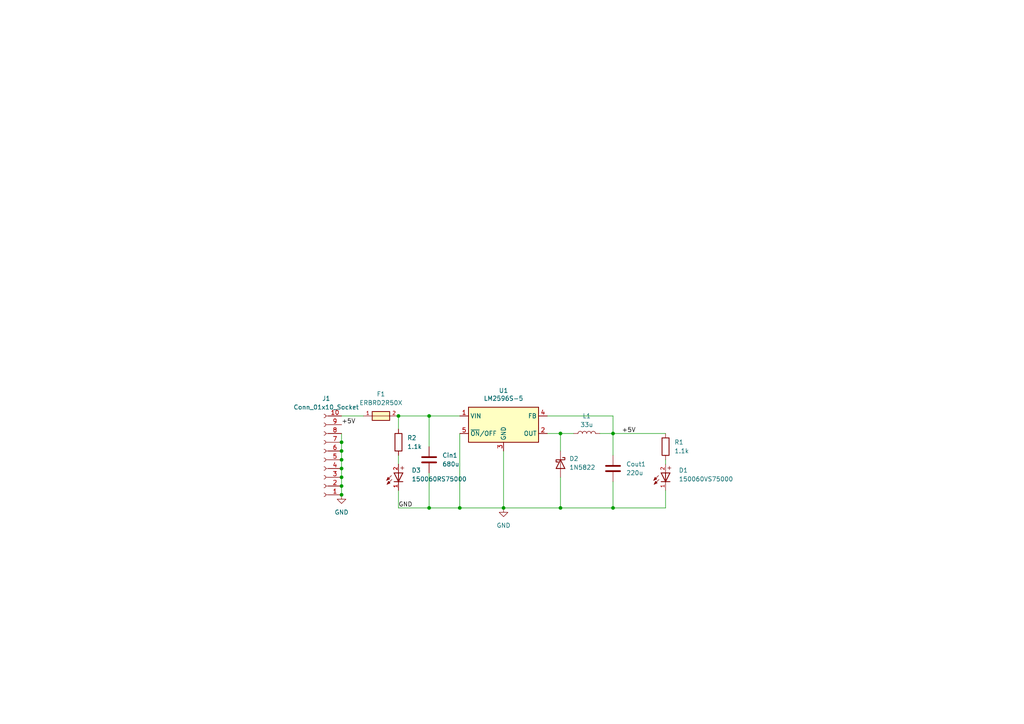
<source format=kicad_sch>
(kicad_sch (version 20231120) (generator "eeschema") (generator_version "8.0")
  (paper "A4")
  (lib_symbols
    (symbol "ERBRD2R50X:ERBRD2R50X" (pin_names (offset 1.016))
      (property "Reference" "F" (at -5.08 3.302 0))
      (property "Value" "ERBRD2R50X" (at -5.08 -5.08 0))
      (symbol "ERBRD2R50X_0_0"
        (rectangle (start -2.54 -1.27) (end 2.54 1.27) (stroke (width 0.254)) (fill (type background)))
        (polyline (pts (xy -2.54 0) (xy 2.54 0)) (stroke (width 0.1524)))
        (pin passive line (at -5.08 0 0) (length 2.54) (name "~") (number "1"))
        (pin passive line (at 5.08 0 180) (length 2.54) (name "~") (number "2"))
      )
    )
    (symbol "Library:1N5822" (pin_numbers hide) (pin_names (offset 1.016) hide)
      (property "Reference" "D" (at 0 2.54 0))
      (property "Value" "1N5822" (at 0 -2.54 0))
      (symbol "1N5822_0_1"
        (polyline (pts (xy 1.27 0) (xy -1.27 0)))
        (polyline (pts (xy 1.27 1.27) (xy 1.27 -1.27) (xy -1.27 0) (xy 1.27 1.27)) (stroke (width 0.254)))
        (polyline (pts (xy -1.905 0.635) (xy -1.905 1.27) (xy -1.27 1.27) (xy -1.27 -1.27) (xy -0.635 -1.27) (xy -0.635 -0.635)) (stroke (width 0.254)))
      )
      (symbol "1N5822_1_1"
        (pin passive line (at -3.81 0 0) (length 2.54) (name "K") (number "1"))
        (pin passive line (at 3.81 0 180) (length 2.54) (name "A") (number "2"))
      )
    )
    (symbol "Library:C" (pin_numbers hide) (pin_names (offset 0.254))
      (property "Reference" "C" (at 0.635 2.54 0))
      (property "Value" "C" (at 0.635 -2.54 0))
      (symbol "C_0_1"
        (polyline (pts (xy -2.032 -0.762) (xy 2.032 -0.762)) (stroke (width 0.508)))
        (polyline (pts (xy -2.032 0.762) (xy 2.032 0.762)) (stroke (width 0.508)))
      )
      (symbol "C_1_1"
        (pin passive line (at 0 3.81 270) (length 2.794) (name "~") (number "1"))
        (pin passive line (at 0 -3.81 90) (length 2.794) (name "~") (number "2"))
      )
    )
    (symbol "Library:Conn_01x10_Socket" (pin_names (offset 1.016) hide)
      (property "Reference" "J" (at 0 12.7 0))
      (property "Value" "Conn_01x10_Socket" (at 0 -15.24 0))
      (symbol "Conn_01x10_Socket_1_1"
        (arc (start 0 -12.192) (mid -0.5058 -12.7) (end 0 -13.208) (stroke (width 0.1524)))
        (arc (start 0 -9.652) (mid -0.5058 -10.16) (end 0 -10.668) (stroke (width 0.1524)))
        (arc (start 0 -7.112) (mid -0.5058 -7.62) (end 0 -8.128) (stroke (width 0.1524)))
        (arc (start 0 -4.572) (mid -0.5058 -5.08) (end 0 -5.588) (stroke (width 0.1524)))
        (arc (start 0 -2.032) (mid -0.5058 -2.54) (end 0 -3.048) (stroke (width 0.1524)))
        (polyline (pts (xy -1.27 -12.7) (xy -0.508 -12.7)) (stroke (width 0.1524)))
        (polyline (pts (xy -1.27 -10.16) (xy -0.508 -10.16)) (stroke (width 0.1524)))
        (polyline (pts (xy -1.27 -7.62) (xy -0.508 -7.62)) (stroke (width 0.1524)))
        (polyline (pts (xy -1.27 -5.08) (xy -0.508 -5.08)) (stroke (width 0.1524)))
        (polyline (pts (xy -1.27 -2.54) (xy -0.508 -2.54)) (stroke (width 0.1524)))
        (polyline (pts (xy -1.27 0) (xy -0.508 0)) (stroke (width 0.1524)))
        (polyline (pts (xy -1.27 2.54) (xy -0.508 2.54)) (stroke (width 0.1524)))
        (polyline (pts (xy -1.27 5.08) (xy -0.508 5.08)) (stroke (width 0.1524)))
        (polyline (pts (xy -1.27 7.62) (xy -0.508 7.62)) (stroke (width 0.1524)))
        (polyline (pts (xy -1.27 10.16) (xy -0.508 10.16)) (stroke (width 0.1524)))
        (arc (start 0 0.508) (mid -0.5058 0) (end 0 -0.508) (stroke (width 0.1524)))
        (arc (start 0 3.048) (mid -0.5058 2.54) (end 0 2.032) (stroke (width 0.1524)))
        (arc (start 0 5.588) (mid -0.5058 5.08) (end 0 4.572) (stroke (width 0.1524)))
        (arc (start 0 8.128) (mid -0.5058 7.62) (end 0 7.112) (stroke (width 0.1524)))
        (arc (start 0 10.668) (mid -0.5058 10.16) (end 0 9.652) (stroke (width 0.1524)))
        (pin passive line (at -5.08 10.16 0) (length 3.81) (name "Pin_1") (number "1"))
        (pin passive line (at -5.08 -12.7 0) (length 3.81) (name "Pin_10") (number "10"))
        (pin passive line (at -5.08 7.62 0) (length 3.81) (name "Pin_2") (number "2"))
        (pin passive line (at -5.08 5.08 0) (length 3.81) (name "Pin_3") (number "3"))
        (pin passive line (at -5.08 2.54 0) (length 3.81) (name "Pin_4") (number "4"))
        (pin passive line (at -5.08 0 0) (length 3.81) (name "Pin_5") (number "5"))
        (pin passive line (at -5.08 -2.54 0) (length 3.81) (name "Pin_6") (number "6"))
        (pin passive line (at -5.08 -5.08 0) (length 3.81) (name "Pin_7") (number "7"))
        (pin passive line (at -5.08 -7.62 0) (length 3.81) (name "Pin_8") (number "8"))
        (pin passive line (at -5.08 -10.16 0) (length 3.81) (name "Pin_9") (number "9"))
      )
    )
    (symbol "Library:L" (pin_numbers hide) (pin_names (offset 1.016) hide)
      (property "Reference" "L" (at -1.27 0 90))
      (property "Value" "L" (at 1.905 0 90))
      (symbol "L_0_1"
        (arc (start 0 -2.54) (mid 0.6323 -1.905) (end 0 -1.27))
        (arc (start 0 -1.27) (mid 0.6323 -0.635) (end 0 0))
        (arc (start 0 0) (mid 0.6323 0.635) (end 0 1.27))
        (arc (start 0 1.27) (mid 0.6323 1.905) (end 0 2.54))
      )
      (symbol "L_1_1"
        (pin passive line (at 0 3.81 270) (length 1.27) (name "1") (number "1"))
        (pin passive line (at 0 -3.81 90) (length 1.27) (name "2") (number "2"))
      )
    )
    (symbol "Library:LM2596S-5"
      (property "Reference" "U" (at -10.16 6.35 0))
      (property "Value" "LM2596S-5" (at 0 6.35 0))
      (symbol "LM2596S-5_0_1"
        (rectangle (start -10.16 5.08) (end 10.16 -5.08) (stroke (width 0.254)) (fill (type background)))
      )
      (symbol "LM2596S-5_1_1"
        (pin power_in line (at -12.7 2.54 0) (length 2.54) (name "VIN") (number "1"))
        (pin output line (at 12.7 -2.54 180) (length 2.54) (name "OUT") (number "2"))
        (pin power_in line (at 0 -7.62 90) (length 2.54) (name "GND") (number "3"))
        (pin input line (at 12.7 2.54 180) (length 2.54) (name "FB") (number "4"))
        (pin input line (at -12.7 -2.54 0) (length 2.54) (name "~{ON}/OFF") (number "5"))
      )
    )
    (symbol "Library:R" (pin_numbers hide) (pin_names (offset 0))
      (property "Reference" "R" (at 2.032 0 90))
      (property "Value" "R" (at 0 0 90))
      (symbol "R_0_1"
        (rectangle (start -1.016 -2.54) (end 1.016 2.54) (stroke (width 0.254)))
      )
      (symbol "R_1_1"
        (pin passive line (at 0 3.81 270) (length 1.27) (name "~") (number "1"))
        (pin passive line (at 0 -3.81 90) (length 1.27) (name "~") (number "2"))
      )
    )
    (symbol "Library:WL-SMCW_0603" (pin_names (offset 1.016))
      (property "Reference" "D" (at -1.988 3.972 0))
      (property "Value" "WL-SMCW_0603" (at -2.628 -3.928 0))
      (symbol "WL-SMCW_0603_0_0"
        (polyline (pts (xy 0 -1.27) (xy 0 0)) (stroke (width 0.254)))
        (polyline (pts (xy 0 0) (xy 0 1.27)) (stroke (width 0.254)))
        (polyline (pts (xy 0 0) (xy 2.54 0)) (stroke (width 0.254)))
        (polyline (pts (xy 0 0) (xy 2.54 1.27)) (stroke (width 0.254)))
        (polyline (pts (xy 0.635 1.905) (xy -0.762 3.302)) (stroke (width 0.1524)))
        (polyline (pts (xy 1.778 2.032) (xy 0.381 3.429)) (stroke (width 0.1524)))
        (polyline (pts (xy 2.54 -1.27) (xy 0 0)) (stroke (width 0.254)))
        (polyline (pts (xy 2.54 -1.27) (xy 2.54 0)) (stroke (width 0.254)))
        (polyline (pts (xy 2.54 0) (xy 2.54 1.27)) (stroke (width 0.254)))
        (polyline (pts (xy -0.762 3.302) (xy 0.127 2.921) (xy -0.381 2.413) (xy -0.762 3.302)) (stroke (width 0.1524)) (fill (type outline)))
        (polyline (pts (xy 0.381 3.429) (xy 1.27 3.048) (xy 0.762 2.54) (xy 0.381 3.429)) (stroke (width 0.1524)) (fill (type outline)))
        (text "+" (at 3.08 -1.74 0) (effects (font (size 1.27 1.27)) (justify left bottom)))
        (pin passive line (at -2.54 0 0) (length 2.54) (name "~") (number "1"))
        (pin passive line (at 5.08 0 180) (length 2.54) (name "~") (number "2"))
      )
    )
    (symbol "power:GND" (power) (pin_numbers hide) (pin_names (offset 0) hide)
      (property "Value" "GND" (at 0 -3.81 0))
      (symbol "GND_0_1"
        (polyline (pts (xy 0 0) (xy 0 -1.27) (xy 1.27 -1.27) (xy 0 -2.54) (xy -1.27 -1.27) (xy 0 -1.27)))
      )
      (symbol "GND_1_1"
        (pin power_in line (at 0 0 270) (length 0) (name "~") (number "1"))
      )
    )
  )
  (junction (at 99.06 140.97))
  (junction (at 133.35 147.32))
  (junction (at 124.46 147.32))
  (junction (at 162.56 147.32))
  (junction (at 99.06 143.51))
  (junction (at 99.06 133.35))
  (junction (at 124.46 120.65))
  (junction (at 99.06 135.89))
  (junction (at 115.57 120.65))
  (junction (at 99.06 128.27))
  (junction (at 177.8 125.73))
  (junction (at 146.05 147.32))
  (junction (at 162.56 125.73))
  (junction (at 99.06 130.81))
  (junction (at 177.8 147.32))
  (junction (at 99.06 138.43))
  (wire (pts (xy 162.56 125.73) (xy 166.37 125.73)))
  (wire (pts (xy 177.8 120.65) (xy 177.8 125.73)))
  (wire (pts (xy 99.06 140.97) (xy 99.06 143.51)))
  (wire (pts (xy 177.8 147.32) (xy 193.04 147.32)))
  (wire (pts (xy 99.06 120.65) (xy 105.41 120.65)))
  (wire (pts (xy 115.57 120.65) (xy 115.57 124.46)))
  (wire (pts (xy 133.35 125.73) (xy 133.35 147.32)))
  (wire (pts (xy 99.06 125.73) (xy 99.06 128.27)))
  (wire (pts (xy 193.04 133.35) (xy 193.04 134.62)))
  (wire (pts (xy 158.75 125.73) (xy 162.56 125.73)))
  (wire (pts (xy 177.8 132.08) (xy 177.8 125.73)))
  (wire (pts (xy 99.06 138.43) (xy 99.06 140.97)))
  (wire (pts (xy 124.46 129.54) (xy 124.46 120.65)))
  (wire (pts (xy 124.46 147.32) (xy 133.35 147.32)))
  (wire (pts (xy 146.05 147.32) (xy 162.56 147.32)))
  (wire (pts (xy 177.8 139.7) (xy 177.8 147.32)))
  (wire (pts (xy 115.57 132.08) (xy 115.57 134.62)))
  (wire (pts (xy 99.06 130.81) (xy 99.06 133.35)))
  (wire (pts (xy 193.04 142.24) (xy 193.04 147.32)))
  (wire (pts (xy 124.46 137.16) (xy 124.46 147.32)))
  (wire (pts (xy 99.06 135.89) (xy 99.06 138.43)))
  (wire (pts (xy 146.05 130.81) (xy 146.05 147.32)))
  (wire (pts (xy 177.8 125.73) (xy 193.04 125.73)))
  (wire (pts (xy 133.35 147.32) (xy 146.05 147.32)))
  (wire (pts (xy 158.75 120.65) (xy 177.8 120.65)))
  (wire (pts (xy 162.56 130.81) (xy 162.56 125.73)))
  (wire (pts (xy 99.06 128.27) (xy 99.06 130.81)))
  (wire (pts (xy 124.46 120.65) (xy 133.35 120.65)))
  (wire (pts (xy 162.56 147.32) (xy 177.8 147.32)))
  (wire (pts (xy 173.99 125.73) (xy 177.8 125.73)))
  (wire (pts (xy 115.57 142.24) (xy 115.57 147.32)))
  (wire (pts (xy 162.56 138.43) (xy 162.56 147.32)))
  (wire (pts (xy 115.57 120.65) (xy 124.46 120.65)))
  (wire (pts (xy 99.06 133.35) (xy 99.06 135.89)))
  (wire (pts (xy 115.57 147.32) (xy 124.46 147.32)))
  (label "GND" (at 115.57 147.32 0))
  (label "+5V" (at 180.34 125.73 0))
  (label "+5V" (at 99.06 123.19 0))
  (symbol (lib_id "power:GND") (at 99.06 143.51 0) (unit 1)
    (property "Reference" "#PWR01" (effects (hide yes)))
    (property "Value" "GND" (at 99.06 148.59 0))
    (property "Description" "Power symbol creates a global label with name \"GND\" , ground" (effects (hide yes)))
  )
  (symbol (lib_id "Library:1N5822") (at 162.56 134.62 270) (unit 1)
    (property "Reference" "D2" (at 165.1 133.0324 90) (effects (justify left)))
    (property "Value" "1N5822" (at 165.1 135.5724 90) (effects (justify left)))
    (property "Footprint" "Diode_THT:D_DO-201AD_P15.24mm_Horizontal" (effects (hide yes)))
    (property "Datasheet" "http://www.vishay.com/docs/88526/1n5820.pdf" (effects (hide yes)))
    (property "Description" "40V 3A Schottky Barrier Rectifier Diode, DO-201AD" (effects (hide yes)))
  )
  (symbol (lib_id "Library:Conn_01x10_Socket") (at 93.98 133.35 180) (unit 1)
    (property "Reference" "J1" (at 94.615 115.57 0))
    (property "Value" "Conn_01x10_Socket" (at 94.615 118.11 0))
    (property "Footprint" "10pin Socket:PRECI-DIP_310-87-110-41-001101" (effects (hide yes)))
    (property "Description" "Generic connector, single row, 01x10, script generated" (effects (hide yes)))
  )
  (symbol (lib_id "Library:L") (at 170.18 125.73 90) (unit 1)
    (property "Reference" "L1" (at 170.18 120.65 90))
    (property "Value" "33u" (at 170.18 123.19 90))
    (property "Footprint" "DR127_330_R1:IND_DR127-330-R_EAT" (effects (hide yes)))
    (property "Datasheet" "https://www.eaton.com/content/dam/eaton/products/electronic-components/resources/data-sheet/eaton-dr-high-power-density-high-efficiency-shielded-drum-core-power-inductors-data-sheet.pdf" (effects (hide yes)))
    (property "Description" "Inductor" (effects (hide yes)))
  )
  (symbol (lib_id "ERBRD2R50X:ERBRD2R50X") (at 110.49 120.65 0) (unit 1)
    (property "Reference" "F1" (at 110.49 114.3 0))
    (property "Value" "ERBRD2R50X" (at 110.49 116.84 0))
    (property "Footprint" "Diode_SMD:D_0402_1005Metric_Pad0.77x0.64mm_HandSolder" (effects (hide yes)))
    (property "Datasheet" "https://industrial.panasonic.com/cdbs/www-data/pdf/AFA0000/AFA0000C7.pdf" (effects (hide yes)))
  )
  (symbol (lib_id "Library:C") (at 177.8 135.89 0) (unit 1)
    (property "Reference" "Cout1" (at 181.61 134.6199 0) (effects (justify left)))
    (property "Value" "220u" (at 181.61 137.1599 0) (effects (justify left)))
    (property "Footprint" "220_cap:CAP_YX_8X11P5_RUB" (effects (hide yes)))
    (property "Datasheet" "https://www.rubycon.co.jp/wp-content/uploads/catalog-aluminum/ZLH.pdf" (effects (hide yes)))
    (property "Description" "Unpolarized capacitor" (effects (hide yes)))
  )
  (symbol (lib_id "Library:WL-SMCW_0603") (at 193.04 139.7 90) (unit 1)
    (property "Reference" "D1" (at 196.85 136.4116 90) (effects (justify right)))
    (property "Value" "150060VS75000" (at 196.85 138.9516 90) (effects (justify right)))
    (property "Footprint" "WL-SMCW_0603:WL-SMCW_0603" (effects (hide yes)))
    (property "Datasheet" "https://www.we-online.com/components/products/datasheet/150060VS75000.pdf" (effects (hide yes)))
    (property "Description" "Light emitting diode" (effects (hide yes)))
  )
  (symbol (lib_id "Library:LM2596S-5") (at 146.05 123.19 0) (unit 1)
    (property "Reference" "U1" (at 146.05 113.284 0))
    (property "Value" "LM2596S-5" (at 146.05 115.57 0))
    (property "Footprint" "Package_TO_SOT_SMD:TO-263-5_TabPin3" (effects (hide yes)))
    (property "Datasheet" "http://www.ti.com/lit/ds/symlink/lm2596.pdf" (effects (hide yes)))
    (property "Description" "5V 3A Step-Down Voltage Regulator, TO-263" (effects (hide yes)))
  )
  (symbol (lib_id "Library:WL-SMCW_0603") (at 115.57 139.7 90) (unit 1)
    (property "Reference" "D3" (at 119.38 136.4116 90) (effects (justify right)))
    (property "Value" "150060RS75000" (at 119.38 138.9516 90) (effects (justify right)))
    (property "Footprint" "WL-SMCW_0603:WL-SMCW_0603" (effects (hide yes)))
    (property "Datasheet" "https://www.we-online.com/components/products/datasheet/150060RS75000.pdf" (effects (hide yes)))
    (property "Description" "Light emitting diode" (effects (hide yes)))
  )
  (symbol (lib_id "Library:R") (at 193.04 129.54 0) (unit 1)
    (property "Reference" "R1" (at 195.58 128.2699 0) (effects (justify left)))
    (property "Value" "1.1k" (at 195.58 130.8099 0) (effects (justify left)))
    (property "Footprint" "RMCF0805JT1K10:RESC2012X65N" (effects (hide yes)))
    (property "Description" "Resistor" (effects (hide yes)))
  )
  (symbol (lib_id "Library:R") (at 115.57 128.27 0) (unit 1)
    (property "Reference" "R2" (at 118.11 126.9999 0) (effects (justify left)))
    (property "Value" "1.1k" (at 118.11 129.5399 0) (effects (justify left)))
    (property "Footprint" "RMCF0805JT1K10:RESC2012X65N" (effects (hide yes)))
    (property "Description" "Resistor" (effects (hide yes)))
  )
  (symbol (lib_id "Library:C") (at 124.46 133.35 0) (unit 1)
    (property "Reference" "Cin1" (at 128.27 132.0799 0) (effects (justify left)))
    (property "Value" "680u" (at 128.27 134.6199 0) (effects (justify left)))
    (property "Footprint" "680_cap:CAP_FT_G_PAN" (effects (hide yes)))
    (property "Datasheet" "https://industrial.panasonic.com/cdbs/www-data/pdf/RDE0000/ABA0000C1240.pdf" (effects (hide yes)))
    (property "Description" "Unpolarized capacitor" (effects (hide yes)))
  )
  (symbol (lib_id "power:GND") (at 146.05 147.32 0) (unit 1)
    (property "Reference" "#PWR02" (effects (hide yes)))
    (property "Value" "GND" (at 146.05 152.4 0))
    (property "Description" "Power symbol creates a global label with name \"GND\" , ground" (effects (hide yes)))
  )
)
</source>
